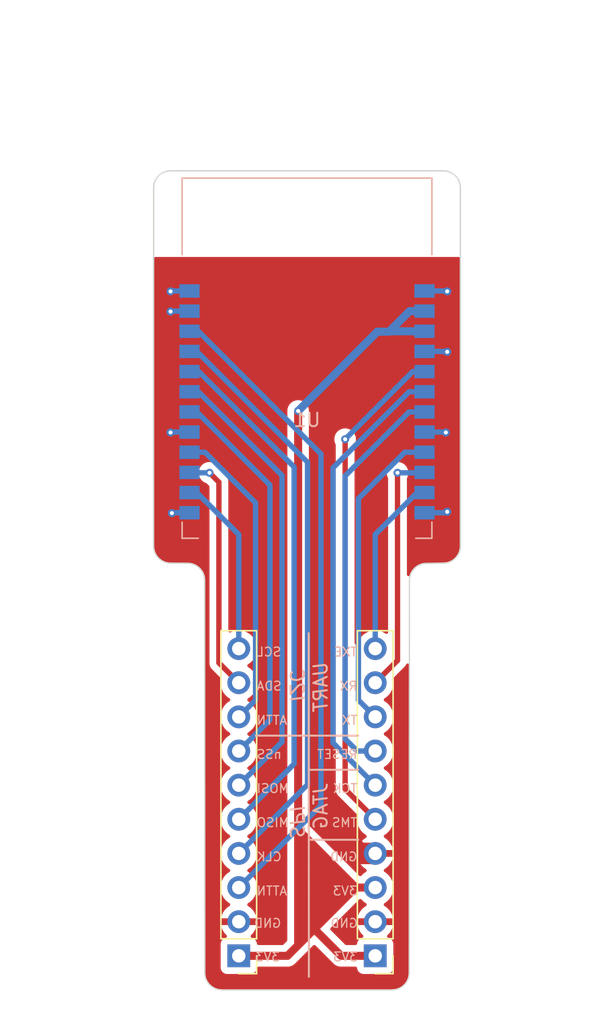
<source format=kicad_pcb>
(kicad_pcb (version 20221018) (generator pcbnew)
  (layers (0 "F.Cu" signal) (31 "B.Cu" signal) (34 "B.Paste" user) (35 "F.Paste" user) (36 "B.SilkS" user "B.Silkscreen") (37 "F.SilkS" user "F.Silkscreen") (38 "B.Mask" user) (39 "F.Mask" user) (44 "Edge.Cuts" user))
  (net 0 "")
  (net 1 "/SPI_nATTN")
  (net 2 "/SPI_CLK")
  (net 3 "/SPI_MISO")
  (net 4 "/SPI_MOSI")
  (net 5 "/SPI_nSS")
  (net 6 "/JTAG_TMS")
  (net 7 "/JTAG_TCK")
  (net 8 "/nRESET")
  (net 9 "/VCC")
  (net 10 "/GND")
  (net 11 "/I2C_nATTN")
  (net 12 "/I2C_SDA")
  (net 13 "/I2C_SCL")
  (net 14 "/UART_TXE")
  (net 15 "/UART_RX")
  (net 16 "/UART_TC")
  (footprint "Connector_PinHeader_2.54mm:PinHeader_1x10_P2.54mm_Vertical" (layer "F.Cu") (at 129.54 129.54 180)
    (fp_text reference "J1" hide)
    (fp_text value "Conn_01x10")
    (fp_line (start -1.33 -1.33) (end 0 -1.33) (stroke (width 0.12)) (layer "F.SilkS"))
    (fp_line (start -1.33 0) (end -1.33 -1.33) (stroke (width 0.12)) (layer "F.SilkS"))
    (fp_line (start -1.33 1.27) (end -1.33 24.19) (stroke (width 0.12)) (layer "F.SilkS"))
    (fp_line (start -1.33 1.27) (end 1.33 1.27) (stroke (width 0.12)) (layer "F.SilkS"))
    (fp_line (start -1.33 24.19) (end 1.33 24.19) (stroke (width 0.12)) (layer "F.SilkS"))
    (fp_line (start 1.33 1.27) (end 1.33 24.19) (stroke (width 0.12)) (layer "F.SilkS"))
    (pad "1" thru_hole rect (at 0 0 180) (size 1.7 1.7) (drill 1) (layers "*.Cu" "*.Mask") (net 9 "/VCC"))
    (pad "2" thru_hole oval (at 0 2.54 180) (size 1.7 1.7) (drill 1) (layers "*.Cu" "*.Mask") (net 10 "/GND"))
    (pad "3" thru_hole oval (at 0 5.08 180) (size 1.7 1.7) (drill 1) (layers "*.Cu" "*.Mask") (net 9 "/VCC"))
    (pad "4" thru_hole oval (at 0 7.62 180) (size 1.7 1.7) (drill 1) (layers "*.Cu" "*.Mask") (net 10 "/GND"))
    (pad "5" thru_hole oval (at 0 10.16 180) (size 1.7 1.7) (drill 1) (layers "*.Cu" "*.Mask") (net 6 "/JTAG_TMS"))
    (pad "6" thru_hole oval (at 0 12.7 180) (size 1.7 1.7) (drill 1) (layers "*.Cu" "*.Mask") (net 7 "/JTAG_TCK"))
    (pad "7" thru_hole oval (at 0 15.24 180) (size 1.7 1.7) (drill 1) (layers "*.Cu" "*.Mask") (net 8 "/nRESET"))
    (pad "8" thru_hole oval (at 0 17.78 180) (size 1.7 1.7) (drill 1) (layers "*.Cu" "*.Mask") (net 14 "/UART_TXE"))
    (pad "9" thru_hole oval (at 0 20.32 180) (size 1.7 1.7) (drill 1) (layers "*.Cu" "*.Mask") (net 15 "/UART_RX"))
    (pad "10" thru_hole oval (at 0 22.86 180) (size 1.7 1.7) (drill 1) (layers "*.Cu" "*.Mask") (net 16 "/UART_TC"))
  )
  (footprint "Connector_PinHeader_2.54mm:PinHeader_1x10_P2.54mm_Vertical" (layer "F.Cu") (at 119.38 129.54 180)
    (fp_text reference "J3" hide)
    (fp_text value "Conn_01x10")
    (fp_line (start -1.33 -1.33) (end 0 -1.33) (stroke (width 0.12)) (layer "F.SilkS"))
    (fp_line (start -1.33 0) (end -1.33 -1.33) (stroke (width 0.12)) (layer "F.SilkS"))
    (fp_line (start -1.33 1.27) (end -1.33 24.19) (stroke (width 0.12)) (layer "F.SilkS"))
    (fp_line (start -1.33 1.27) (end 1.33 1.27) (stroke (width 0.12)) (layer "F.SilkS"))
    (fp_line (start -1.33 24.19) (end 1.33 24.19) (stroke (width 0.12)) (layer "F.SilkS"))
    (fp_line (start 1.33 1.27) (end 1.33 24.19) (stroke (width 0.12)) (layer "F.SilkS"))
    (pad "1" thru_hole rect (at 0 0 180) (size 1.7 1.7) (drill 1) (layers "*.Cu" "*.Mask") (net 9 "/VCC"))
    (pad "2" thru_hole oval (at 0 2.54 180) (size 1.7 1.7) (drill 1) (layers "*.Cu" "*.Mask") (net 10 "/GND"))
    (pad "3" thru_hole oval (at 0 5.08 180) (size 1.7 1.7) (drill 1) (layers "*.Cu" "*.Mask") (net 1 "/SPI_nATTN"))
    (pad "4" thru_hole oval (at 0 7.62 180) (size 1.7 1.7) (drill 1) (layers "*.Cu" "*.Mask") (net 2 "/SPI_CLK"))
    (pad "5" thru_hole oval (at 0 10.16 180) (size 1.7 1.7) (drill 1) (layers "*.Cu" "*.Mask") (net 3 "/SPI_MISO"))
    (pad "6" thru_hole oval (at 0 12.7 180) (size 1.7 1.7) (drill 1) (layers "*.Cu" "*.Mask") (net 4 "/SPI_MOSI"))
    (pad "7" thru_hole oval (at 0 15.24 180) (size 1.7 1.7) (drill 1) (layers "*.Cu" "*.Mask") (net 5 "/SPI_nSS"))
    (pad "8" thru_hole oval (at 0 17.78 180) (size 1.7 1.7) (drill 1) (layers "*.Cu" "*.Mask") (net 11 "/I2C_nATTN"))
    (pad "9" thru_hole oval (at 0 20.32 180) (size 1.7 1.7) (drill 1) (layers "*.Cu" "*.Mask") (net 12 "/I2C_SDA"))
    (pad "10" thru_hole oval (at 0 22.86 180) (size 1.7 1.7) (drill 1) (layers "*.Cu" "*.Mask") (net 13 "/I2C_SCL"))
  )
  (footprint "CityTheatrical:Module 5994" (layer "B.Cu") (at 124.46 90.17 180)
    (fp_text reference "U1" (at 0 0.5 unlocked) (layer "B.SilkS") (effects (justify mirror)))
    (fp_text value "~")
    (fp_line (start -9.3 -7.1) (end -9.3 -8.3) (stroke (width 0.12)) (layer "B.SilkS"))
    (fp_line (start -9.3 18.5) (end -9.3 12.8) (stroke (width 0.12)) (layer "B.SilkS"))
    (fp_line (start -8.1 -8.3) (end -9.3 -8.3) (stroke (width 0.12)) (layer "B.SilkS"))
    (fp_line (start 8.1 -8.3) (end 9.3 -8.3) (stroke (width 0.12)) (layer "B.SilkS"))
    (fp_line (start 9.3 -7.1) (end 9.3 -8.3) (stroke (width 0.12)) (layer "B.SilkS"))
    (fp_line (start 9.3 12.8) (end 9.3 18.4) (stroke (width 0.12)) (layer "B.SilkS"))
    (fp_line (start 9.3 18.4) (end 9.3 18.5) (stroke (width 0.12)) (layer "B.SilkS"))
    (fp_line (start 9.3 18.5) (end -9.3 18.5) (stroke (width 0.12)) (layer "B.SilkS"))
    (pad "1" smd rect (at -8.75 10.1 180) (size 1.5 1) (layers "B.Cu" "B.Paste" "B.Mask") (net 10 "/GND"))
    (pad "2" smd rect (at -8.75 8.6 180) (size 1.5 1) (layers "B.Cu" "B.Paste" "B.Mask") (net 9 "/VCC"))
    (pad "3" smd rect (at -8.75 7.1 180) (size 1.5 1) (layers "B.Cu" "B.Paste" "B.Mask") (net 9 "/VCC"))
    (pad "4" smd rect (at -8.75 5.6 180) (size 1.5 1) (layers "B.Cu" "B.Paste" "B.Mask") (net 10 "/GND"))
    (pad "5" smd rect (at -8.75 4.1 180) (size 1.5 1) (layers "B.Cu" "B.Paste" "B.Mask") (net 6 "/JTAG_TMS"))
    (pad "6" smd rect (at -8.75 2.6 180) (size 1.5 1) (layers "B.Cu" "B.Paste" "B.Mask") (net 7 "/JTAG_TCK"))
    (pad "7" smd rect (at -8.75 1.1 180) (size 1.5 1) (layers "B.Cu" "B.Paste" "B.Mask") (net 8 "/nRESET"))
    (pad "8" smd rect (at -8.75 -0.4 180) (size 1.5 1) (layers "B.Cu" "B.Paste" "B.Mask") (net 10 "/GND"))
    (pad "9" smd rect (at -8.75 -1.9 180) (size 1.5 1) (layers "B.Cu" "B.Paste" "B.Mask") (net 14 "/UART_TXE"))
    (pad "10" smd rect (at -8.75 -3.4 180) (size 1.5 1) (layers "B.Cu" "B.Paste" "B.Mask") (net 15 "/UART_RX"))
    (pad "11" smd rect (at -8.75 -4.9 180) (size 1.5 1) (layers "B.Cu" "B.Paste" "B.Mask") (net 16 "/UART_TC"))
    (pad "12" smd rect (at -8.75 -6.4 180) (size 1.5 1) (layers "B.Cu" "B.Paste" "B.Mask") (net 10 "/GND"))
    (pad "13" smd rect (at 8.75 -6.4 180) (size 1.5 1) (layers "B.Cu" "B.Paste" "B.Mask") (net 10 "/GND"))
    (pad "14" smd rect (at 8.75 -4.9 180) (size 1.5 1) (layers "B.Cu" "B.Paste" "B.Mask") (net 13 "/I2C_SCL"))
    (pad "15" smd rect (at 8.75 -3.4 180) (size 1.5 1) (layers "B.Cu" "B.Paste" "B.Mask") (net 12 "/I2C_SDA"))
    (pad "16" smd rect (at 8.75 -1.9 180) (size 1.5 1) (layers "B.Cu" "B.Paste" "B.Mask") (net 11 "/I2C_nATTN"))
    (pad "17" smd rect (at 8.75 -0.4 180) (size 1.5 1) (layers "B.Cu" "B.Paste" "B.Mask") (net 10 "/GND"))
    (pad "18" smd rect (at 8.75 1.1 180) (size 1.5 1) (layers "B.Cu" "B.Paste" "B.Mask") (net 5 "/SPI_nSS"))
    (pad "19" smd rect (at 8.75 2.6 180) (size 1.5 1) (layers "B.Cu" "B.Paste" "B.Mask") (net 4 "/SPI_MOSI"))
    (pad "20" smd rect (at 8.75 4.1 180) (size 1.5 1) (layers "B.Cu" "B.Paste" "B.Mask") (net 3 "/SPI_MISO"))
    (pad "21" smd rect (at 8.75 5.6 180) (size 1.5 1) (layers "B.Cu" "B.Paste" "B.Mask") (net 2 "/SPI_CLK"))
    (pad "22" smd rect (at 8.75 7.1 180) (size 1.5 1) (layers "B.Cu" "B.Paste" "B.Mask") (net 1 "/SPI_nATTN"))
    (pad "23" smd rect (at 8.75 8.6 180) (size 1.5 1) (layers "B.Cu" "B.Paste" "B.Mask") (net 10 "/GND"))
    (pad "24" smd rect (at 8.75 10.1 180) (size 1.5 1) (layers "B.Cu" "B.Paste" "B.Mask") (net 10 "/GND"))
  )
  (gr_line (start 120.65 113.157) (end 124.587 113.157) (stroke (width 0.15)) (layer "B.SilkS"))
  (gr_line (start 128.27 115.697) (end 124.587 115.697) (stroke (width 0.15)) (layer "B.SilkS"))
  (gr_line (start 124.587 105.537) (end 124.6 131.1) (stroke (width 0.15)) (layer "B.SilkS"))
  (gr_line (start 124.587 113.157) (end 128.27 113.157) (stroke (width 0.15)) (layer "B.SilkS"))
  (gr_line (start 128.27 120.904) (end 124.587 120.904) (stroke (width 0.15)) (layer "B.SilkS"))
  (gr_line (start 130.800974 132.08) (end 118.119026 132.08) (stroke (width 0.1)) (layer "Edge.Cuts"))
  (gr_arc (start 132.089026 101.609026) (mid 132.461 100.711) (end 133.359026 100.339026) (stroke (width 0.1)) (layer "Edge.Cuts"))
  (gr_arc (start 118.119026 132.071974) (mid 117.220993 131.700007) (end 116.849026 130.801974) (stroke (width 0.1)) (layer "Edge.Cuts"))
  (gr_line (start 115.57 100.33) (end 114.309026 100.320974) (stroke (width 0.1)) (layer "Edge.Cuts"))
  (gr_line (start 135.880974 72.399026) (end 135.880974 99.050974) (stroke (width 0.1)) (layer "Edge.Cuts"))
  (gr_arc (start 114.309026 100.320974) (mid 113.411 99.949) (end 113.039026 99.050974) (stroke (width 0.1)) (layer "Edge.Cuts"))
  (gr_arc (start 113.039026 72.399026) (mid 113.411 71.501) (end 114.309026 71.129026) (stroke (width 0.1)) (layer "Edge.Cuts"))
  (gr_line (start 114.309026 71.129026) (end 134.610974 71.129026) (stroke (width 0.1)) (layer "Edge.Cuts"))
  (gr_arc (start 115.57 100.33) (mid 116.468026 100.701974) (end 116.84 101.6) (stroke (width 0.1)) (layer "Edge.Cuts"))
  (gr_line (start 113.039026 99.050974) (end 113.039026 72.399026) (stroke (width 0.1)) (layer "Edge.Cuts"))
  (gr_arc (start 134.610974 71.129026) (mid 135.509 71.501) (end 135.880974 72.399026) (stroke (width 0.1)) (layer "Edge.Cuts"))
  (gr_line (start 132.089026 101.609026) (end 132.071967 130.801967) (stroke (width 0.1)) (layer "Edge.Cuts"))
  (gr_line (start 134.610974 100.320974) (end 133.359026 100.339026) (stroke (width 0.1)) (layer "Edge.Cuts"))
  (gr_arc (start 132.071967 130.801967) (mid 131.7 131.7) (end 130.801967 132.071967) (stroke (width 0.1)) (layer "Edge.Cuts"))
  (gr_line (start 116.849026 130.801974) (end 116.84 101.6) (stroke (width 0.1)) (layer "Edge.Cuts"))
  (gr_arc (start 135.880974 99.050974) (mid 135.509 99.949) (end 134.610974 100.320974) (stroke (width 0.1)) (layer "Edge.Cuts"))
  (gr_text "SCL" (at 120.65 107.315) (layer "B.SilkS") (effects (font (size 0.66 0.66) (thickness 0.1)) (justify right bottom mirror)))
  (gr_text "TMS" (at 128.27 120.015) (layer "B.SilkS") (effects (font (size 0.66 0.66) (thickness 0.1)) (justify left bottom mirror)))
  (gr_text "GND" (at 128.27 122.555) (layer "B.SilkS") (effects (font (size 0.66 0.66) (thickness 0.1)) (justify left bottom mirror)))
  (gr_text "ATTN" (at 120.65 125.095) (layer "B.SilkS") (effects (font (size 0.66 0.66) (thickness 0.1)) (justify right bottom mirror)))
  (gr_text "TXE" (at 128.27 107.315) (layer "B.SilkS") (effects (font (size 0.66 0.66) (thickness 0.1)) (justify left bottom mirror)))
  (gr_text "RESET" (at 128.27 114.935) (layer "B.SilkS") (effects (font (size 0.66 0.66) (thickness 0.1)) (justify left bottom mirror)))
  (gr_text "I2C" (at 123.698 109.474 270) (layer "B.SilkS") (effects (font (size 1 1) (thickness 0.15) italic) (justify mirror)))
  (gr_text "TX" (at 128.27 112.395) (layer "B.SilkS") (effects (font (size 0.66 0.66) (thickness 0.1)) (justify left bottom mirror)))
  (gr_text "SDA" (at 120.65 109.855) (layer "B.SilkS") (effects (font (size 0.66 0.66) (thickness 0.1)) (justify right bottom mirror)))
  (gr_text "ATTN" (at 120.65 112.395) (layer "B.SilkS") (effects (font (size 0.66 0.66) (thickness 0.1)) (justify right bottom mirror)))
  (gr_text "MISO" (at 120.65 120.015) (layer "B.SilkS") (effects (font (size 0.66 0.66) (thickness 0.1)) (justify right bottom mirror)))
  (gr_text "JTAG" (at 125.476 118.364 90) (layer "B.SilkS") (effects (font (size 1 1) (thickness 0.15) italic) (justify mirror)))
  (gr_text "TCK" (at 128.27 117.475) (layer "B.SilkS") (effects (font (size 0.66 0.66) (thickness 0.1)) (justify left bottom mirror)))
  (gr_text "CLK" (at 120.65 122.555) (layer "B.SilkS") (effects (font (size 0.66 0.66) (thickness 0.1)) (justify right bottom mirror)))
  (gr_text "3V3" (at 128.3 130) (layer "B.SilkS") (effects (font (size 0.66 0.66) (thickness 0.1)) (justify left bottom mirror)))
  (gr_text "GND" (at 128.3 127.5) (layer "B.SilkS") (effects (font (size 0.66 0.66) (thickness 0.1)) (justify left bottom mirror)))
  (gr_text "MOSI" (at 120.65 117.475) (layer "B.SilkS") (effects (font (size 0.66 0.66) (thickness 0.1)) (justify right bottom mirror)))
  (gr_text "3V3" (at 122.5 130) (layer "B.SilkS") (effects (font (size 0.66 0.66) (thickness 0.1)) (justify left bottom mirror)))
  (gr_text "nSS" (at 120.65 114.935) (layer "B.SilkS") (effects (font (size 0.66 0.66) (thickness 0.1)) (justify right bottom mirror)))
  (gr_text "3V3" (at 128.27 125.095) (layer "B.SilkS") (effects (font (size 0.66 0.66) (thickness 0.1)) (justify left bottom mirror)))
  (gr_text "UART" (at 125.476 109.474 90) (layer "B.SilkS") (effects (font (size 1 1) (thickness 0.15) italic) (justify mirror)))
  (gr_text "GND" (at 122.6 127.5) (layer "B.SilkS") (effects (font (size 0.66 0.66) (thickness 0.1)) (justify left bottom mirror)))
  (gr_text "SPI" (at 123.698 119.634 270) (layer "B.SilkS") (effects (font (size 1 1) (thickness 0.15) italic) (justify mirror)))
  (gr_text "RX" (at 128.27 109.855) (layer "B.SilkS") (effects (font (size 0.66 0.66) (thickness 0.1)) (justify left bottom mirror)))
  (segment (start 125.5 92.2) (end 116.37 83.07) (width 0.4) (layer "B.Cu") (net 1))
  (segment (start 125.5 118.34) (end 125.5 92.2) (width 0.4) (layer "B.Cu") (net 1))
  (segment (start 116.37 83.07) (end 115.71 83.07) (width 0.4) (layer "B.Cu") (net 1))
  (segment (start 119.38 124.46) (end 125.5 118.34) (width 0.4) (layer "B.Cu") (net 1))
  (segment (start 119.38 121.92) (end 124.5 116.8) (width 0.4) (layer "B.Cu") (net 2))
  (segment (start 124.5 116.8) (end 124.5 92.81) (width 0.4) (layer "B.Cu") (net 2))
  (segment (start 124.5 92.81) (end 116.26 84.57) (width 0.4) (layer "B.Cu") (net 2))
  (segment (start 116.26 84.57) (end 115.71 84.57) (width 0.4) (layer "B.Cu") (net 2))
  (segment (start 119.38 119.38) (end 123.5 115.26) (width 0.4) (layer "B.Cu") (net 3))
  (segment (start 116.4 86.07) (end 115.71 86.07) (width 0.4) (layer "B.Cu") (net 3))
  (segment (start 123.5 93.17) (end 116.4 86.07) (width 0.4) (layer "B.Cu") (net 3))
  (segment (start 123.5 115.26) (end 123.5 93.17) (width 0.4) (layer "B.Cu") (net 3))
  (segment (start 122.6 93.8) (end 116.37 87.57) (width 0.4) (layer "B.Cu") (net 4))
  (segment (start 119.38 116.84) (end 122.6 113.62) (width 0.4) (layer "B.Cu") (net 4))
  (segment (start 116.37 87.57) (end 115.71 87.57) (width 0.4) (layer "B.Cu") (net 4))
  (segment (start 122.6 113.62) (end 122.6 93.8) (width 0.4) (layer "B.Cu") (net 4))
  (segment (start 116.26 89.07) (end 115.71 89.07) (width 0.4) (layer "B.Cu") (net 5))
  (segment (start 119.38 114.3) (end 121.7 111.98) (width 0.4) (layer "B.Cu") (net 5))
  (segment (start 121.7 111.98) (end 121.7 94.51) (width 0.4) (layer "B.Cu") (net 5))
  (segment (start 121.7 94.51) (end 116.26 89.07) (width 0.4) (layer "B.Cu") (net 5))
  (segment (start 127.3 117.14) (end 127.3 114.3) (width 0.4) (layer "F.Cu") (net 6))
  (segment (start 127.3 114.3) (end 127.3 91.1) (width 0.4) (layer "F.Cu") (net 6))
  (segment (start 129.54 119.38) (end 127.3 117.14) (width 0.4) (layer "F.Cu") (net 6))
  (via (at 127.3 91.1) (size 0.6) (drill 0.3) (layers "F.Cu" "B.Cu") (net 6))
  (segment (start 127.3 91.1) (end 132.33 86.07) (width 0.4) (layer "B.Cu") (net 6))
  (segment (start 132.33 86.07) (end 133.21 86.07) (width 0.4) (layer "B.Cu") (net 6))
  (segment (start 129.54 116.84) (end 126.4 113.7) (width 0.4) (layer "B.Cu") (net 7))
  (segment (start 126.4 93.23) (end 132.06 87.57) (width 0.4) (layer "B.Cu") (net 7))
  (segment (start 132.06 87.57) (end 133.21 87.57) (width 0.4) (layer "B.Cu") (net 7))
  (segment (start 126.4 113.7) (end 126.4 93.23) (width 0.4) (layer "B.Cu") (net 7))
  (segment (start 127.3 93.83) (end 132.06 89.07) (width 0.4) (layer "B.Cu") (net 8))
  (segment (start 132.06 89.07) (end 133.21 89.07) (width 0.4) (layer "B.Cu") (net 8))
  (segment (start 127.3 113.4) (end 127.3 93.83) (width 0.4) (layer "B.Cu") (net 8))
  (segment (start 129.54 114.3) (end 128.2 114.3) (width 0.4) (layer "B.Cu") (net 8))
  (segment (start 128.2 114.3) (end 127.3 113.4) (width 0.4) (layer "B.Cu") (net 8))
  (segment (start 129.54 124.46) (end 128.09 124.46) (width 0.6) (layer "F.Cu") (net 9))
  (segment (start 123.8 120.17) (end 128.09 124.46) (width 0.6) (layer "F.Cu") (net 9))
  (segment (start 125.005 127.545) (end 123.01 129.54) (width 0.6) (layer "F.Cu") (net 9))
  (segment (start 129.54 129.54) (end 127 129.54) (width 0.6) (layer "F.Cu") (net 9))
  (segment (start 123.01 129.54) (end 119.38 129.54) (width 0.6) (layer "F.Cu") (net 9))
  (segment (start 127 129.54) (end 125.005 127.545) (width 0.6) (layer "F.Cu") (net 9))
  (segment (start 123.8 89) (end 123.8 120.17) (width 0.6) (layer "F.Cu") (net 9))
  (segment (start 128.09 124.46) (end 125.005 127.545) (width 0.6) (layer "F.Cu") (net 9))
  (via (at 123.8 89) (size 0.6) (drill 0.3) (layers "F.Cu" "B.Cu") (net 9))
  (segment (start 132.1 81.57) (end 130.6 83.07) (width 0.6) (layer "B.Cu") (net 9))
  (segment (start 129.7 83.1) (end 130.57 83.1) (width 0.6) (layer "B.Cu") (net 9))
  (segment (start 130.6 83.07) (end 133.21 83.07) (width 0.6) (layer "B.Cu") (net 9))
  (segment (start 130.57 83.1) (end 130.6 83.07) (width 0.6) (layer "B.Cu") (net 9))
  (segment (start 123.8 89) (end 129.7 83.1) (width 0.6) (layer "B.Cu") (net 9))
  (segment (start 133.21 81.57) (end 132.1 81.57) (width 0.6) (layer "B.Cu") (net 9))
  (segment (start 125.7 119.282081) (end 125.7 86.9) (width 1.6) (layer "F.Cu") (net 10))
  (segment (start 129.54 121.92) (end 128.337919 121.92) (width 1.6) (layer "F.Cu") (net 10))
  (segment (start 128.337919 121.92) (end 125.7 119.282081) (width 1.6) (layer "F.Cu") (net 10))
  (via (at 134.9 84.6) (size 0.6) (drill 0.3) (layers "F.Cu" "B.Cu") (net 10))
  (via (at 114.4 96.6) (size 0.6) (drill 0.3) (layers "F.Cu" "B.Cu") (net 10))
  (via (at 134.9 80.1) (size 0.6) (drill 0.3) (layers "F.Cu" "B.Cu") (net 10))
  (via (at 114.3 80.1) (size 0.6) (drill 0.3) (layers "F.Cu" "B.Cu") (net 10))
  (via (at 114.3 81.6) (size 0.6) (drill 0.3) (layers "F.Cu" "B.Cu") (net 10))
  (via (at 134.8 90.6) (size 0.6) (drill 0.3) (layers "F.Cu" "B.Cu") (net 10))
  (via (at 114.3 90.6) (size 0.6) (drill 0.3) (layers "F.Cu" "B.Cu") (net 10))
  (via (at 134.9 96.5) (size 0.6) (drill 0.3) (layers "F.Cu" "B.Cu") (net 10))
  (segment (start 114.33 80.07) (end 114.3 80.1) (width 0.4) (layer "B.Cu") (net 10))
  (segment (start 115.71 90.57) (end 114.33 90.57) (width 0.4) (layer "B.Cu") (net 10))
  (segment (start 114.43 96.57) (end 114.4 96.6) (width 0.4) (layer "B.Cu") (net 10))
  (segment (start 134.83 96.57) (end 134.9 96.5) (width 0.4) (layer "B.Cu") (net 10))
  (segment (start 133.21 96.57) (end 134.83 96.57) (width 0.4) (layer "B.Cu") (net 10))
  (segment (start 133.21 90.57) (end 134.77 90.57) (width 0.4) (layer "B.Cu") (net 10))
  (segment (start 133.21 80.07) (end 134.87 80.07) (width 0.4) (layer "B.Cu") (net 10))
  (segment (start 114.33 81.57) (end 114.3 81.6) (width 0.4) (layer "B.Cu") (net 10))
  (segment (start 114.33 90.57) (end 114.3 90.6) (width 0.4) (layer "B.Cu") (net 10))
  (segment (start 134.87 84.57) (end 134.9 84.6) (width 0.4) (layer "B.Cu") (net 10))
  (segment (start 134.77 90.57) (end 134.8 90.6) (width 0.4) (layer "B.Cu") (net 10))
  (segment (start 115.71 96.57) (end 114.43 96.57) (width 0.4) (layer "B.Cu") (net 10))
  (segment (start 133.21 84.57) (end 134.87 84.57) (width 0.4) (layer "B.Cu") (net 10))
  (segment (start 115.71 81.57) (end 114.33 81.57) (width 0.4) (layer "B.Cu") (net 10))
  (segment (start 115.71 80.07) (end 114.33 80.07) (width 0.4) (layer "B.Cu") (net 10))
  (segment (start 134.87 80.07) (end 134.9 80.1) (width 0.4) (layer "B.Cu") (net 10))
  (segment (start 119.38 111.76) (end 120.63 110.51) (width 0.4) (layer "B.Cu") (net 11))
  (segment (start 120.63 95.84) (end 116.86 92.07) (width 0.4) (layer "B.Cu") (net 11))
  (segment (start 116.86 92.07) (end 115.71 92.07) (width 0.4) (layer "B.Cu") (net 11))
  (segment (start 120.63 110.51) (end 120.63 95.84) (width 0.4) (layer "B.Cu") (net 11))
  (segment (start 119.38 109.22) (end 117.9 107.74) (width 0.4) (layer "F.Cu") (net 12))
  (segment (start 117.9 102.3) (end 117.9 94.3) (width 0.4) (layer "F.Cu") (net 12))
  (segment (start 117.9 94.3) (end 117.2 93.6) (width 0.4) (layer "F.Cu") (net 12))
  (segment (start 117.9 107.74) (end 117.9 102.3) (width 0.4) (layer "F.Cu") (net 12))
  (via (at 117.2 93.6) (size 0.6) (drill 0.3) (layers "F.Cu" "B.Cu") (net 12))
  (segment (start 117.2 93.6) (end 115.74 93.6) (width 0.4) (layer "B.Cu") (net 12))
  (segment (start 115.74 93.6) (end 115.71 93.57) (width 0.4) (layer "B.Cu") (net 12))
  (segment (start 119.38 106.68) (end 119.38 98.19) (width 0.4) (layer "B.Cu") (net 13))
  (segment (start 119.38 98.19) (end 116.26 95.07) (width 0.4) (layer "B.Cu") (net 13))
  (segment (start 116.26 95.07) (end 115.71 95.07) (width 0.4) (layer "B.Cu") (net 13))
  (segment (start 128.29 95.52005) (end 131.74005 92.07) (width 0.4) (layer "B.Cu") (net 14))
  (segment (start 131.74005 92.07) (end 133.21 92.07) (width 0.4) (layer "B.Cu") (net 14))
  (segment (start 128.29 110.51) (end 128.29 95.52005) (width 0.4) (layer "B.Cu") (net 14))
  (segment (start 129.54 111.76) (end 128.29 110.51) (width 0.4) (layer "B.Cu") (net 14))
  (segment (start 131.2 107.56) (end 131.2 104.1) (width 0.4) (layer "F.Cu") (net 15))
  (segment (start 131.2 104.1) (end 131.2 93.6) (width 0.4) (layer "F.Cu") (net 15))
  (segment (start 129.54 109.22) (end 131.2 107.56) (width 0.4) (layer "F.Cu") (net 15))
  (via (at 131.2 93.6) (size 0.6) (drill 0.3) (layers "F.Cu" "B.Cu") (net 15))
  (segment (start 131.2 93.6) (end 133.18 93.6) (width 0.4) (layer "B.Cu") (net 15))
  (segment (start 133.18 93.6) (end 133.21 93.57) (width 0.4) (layer "B.Cu") (net 15))
  (segment (start 129.54 106.68) (end 129.54 98.19) (width 0.4) (layer "B.Cu") (net 16))
  (segment (start 132.66 95.07) (end 133.21 95.07) (width 0.4) (layer "B.Cu") (net 16))
  (segment (start 129.54 98.19) (end 132.66 95.07) (width 0.4) (layer "B.Cu") (net 16))
  (zone (net 10) (net_name "/GND") (layer "F.Cu") (connect_pads (clearance 0.5)) (min_thickness 0.25) (fill yes (thermal_gap 0.5) (thermal_bridge_width 0.5))
    (polygon (pts (xy 147.32 58.42) (xy 101.6 58.42) (xy 101.6 134.48) (xy 147.32 134.62)))
  )
  (zone (net 9) (net_name "/VCC") (layer "F.Cu") (priority 1) (connect_pads yes (clearance 0.5)) (min_thickness 0.25) (fill yes (thermal_gap 0.5) (thermal_bridge_width 0.5))
    (polygon (pts (xy 123.5 129) (xy 128.1 124.5) (xy 123.5 119.7)))
  )
)
</source>
